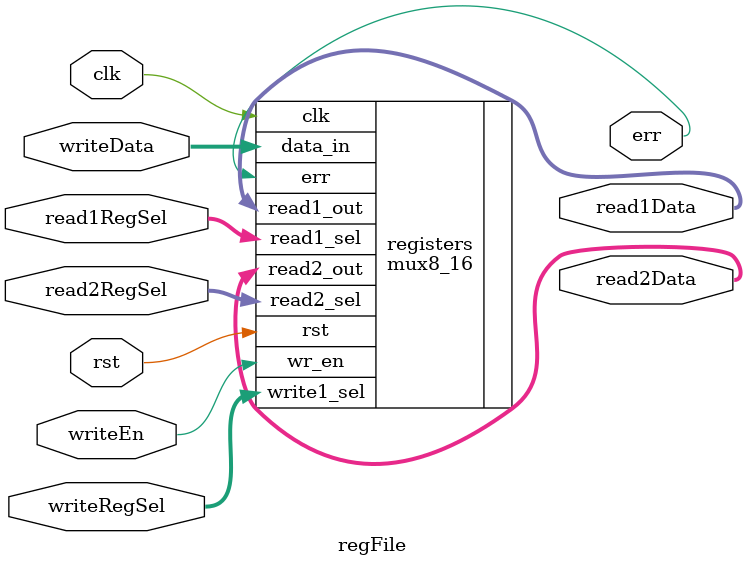
<source format=v>
/*
   CS/ECE 552, Spring '20
   Homework #3, Problem #1
  
   This module creates a 16-bit register.  It has 1 write port, 2 read
   ports, 3 register select inputs, a write enable, a reset, and a clock
   input.  All register state changes occur on the rising edge of the
   clock. 
*/
module regFile (
                // Outputs
                read1Data, read2Data, err,
                // Inputs
                clk, rst, read1RegSel, read2RegSel, writeRegSel, writeData, writeEn
                );

   input        clk, rst;
   input [2:0]  read1RegSel;
   input [2:0]  read2RegSel;
   input [2:0]  writeRegSel;
   input [15:0] writeData;
   input        writeEn;

   output [15:0] read1Data;
   output [15:0] read2Data;
   output        err;

   mux8_16 registers(.clk(clk), .rst(rst), .wr_en(writeEn), .read1_sel(read1RegSel), .read2_sel(read2RegSel), .write1_sel(writeRegSel), .data_in(writeData), .read1_out(read1Data), .read2_out(read2Data), .err(err));

endmodule

</source>
